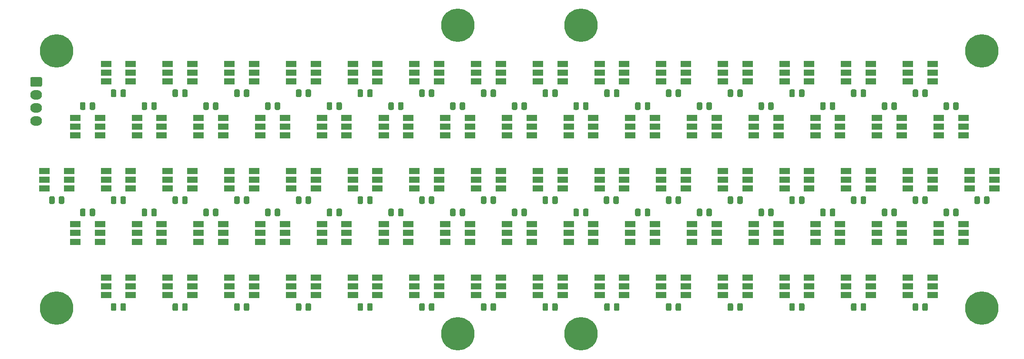
<source format=gts>
%TF.GenerationSoftware,KiCad,Pcbnew,(5.1.6-0-10_14)*%
%TF.CreationDate,2020-11-10T16:11:36-05:00*%
%TF.ProjectId,honeylight,686f6e65-796c-4696-9768-742e6b696361,0.1.0*%
%TF.SameCoordinates,Original*%
%TF.FileFunction,Soldermask,Top*%
%TF.FilePolarity,Negative*%
%FSLAX46Y46*%
G04 Gerber Fmt 4.6, Leading zero omitted, Abs format (unit mm)*
G04 Created by KiCad (PCBNEW (5.1.6-0-10_14)) date 2020-11-10 16:11:36*
%MOMM*%
%LPD*%
G01*
G04 APERTURE LIST*
%ADD10O,2.290000X1.840000*%
%ADD11C,6.500000*%
%ADD12R,2.100000X1.200000*%
G04 APERTURE END LIST*
D10*
%TO.C,J1*%
X56000000Y-73620000D03*
X56000000Y-71080000D03*
X56000000Y-68540000D03*
G36*
G01*
X55119367Y-65080000D02*
X56880633Y-65080000D01*
G75*
G02*
X57145000Y-65344367I0J-264367D01*
G01*
X57145000Y-66655633D01*
G75*
G02*
X56880633Y-66920000I-264367J0D01*
G01*
X55119367Y-66920000D01*
G75*
G02*
X54855000Y-66655633I0J264367D01*
G01*
X54855000Y-65344367D01*
G75*
G02*
X55119367Y-65080000I264367J0D01*
G01*
G37*
%TD*%
D11*
%TO.C,H8*%
X240000000Y-110000000D03*
%TD*%
%TO.C,H7*%
X240000000Y-60000000D03*
%TD*%
%TO.C,H6*%
X162000000Y-115000000D03*
%TD*%
%TO.C,H5*%
X162000000Y-55000000D03*
%TD*%
%TO.C,H4*%
X138000000Y-115000000D03*
%TD*%
%TO.C,H3*%
X138000000Y-55000000D03*
%TD*%
%TO.C,H2*%
X60000000Y-110000000D03*
%TD*%
%TO.C,H1*%
X60000000Y-60000000D03*
%TD*%
D12*
%TO.C,D74*%
X218400000Y-83300000D03*
X218400000Y-85000000D03*
X218400000Y-86700000D03*
X213600000Y-86700000D03*
X213600000Y-85000000D03*
X213600000Y-83300000D03*
%TD*%
%TO.C,D67*%
X134400000Y-83300000D03*
X134400000Y-85000000D03*
X134400000Y-86700000D03*
X129600000Y-86700000D03*
X129600000Y-85000000D03*
X129600000Y-83300000D03*
%TD*%
%TO.C,D73*%
X206400000Y-83300000D03*
X206400000Y-85000000D03*
X206400000Y-86700000D03*
X201600000Y-86700000D03*
X201600000Y-85000000D03*
X201600000Y-83300000D03*
%TD*%
%TO.C,D66*%
X122400000Y-83300000D03*
X122400000Y-85000000D03*
X122400000Y-86700000D03*
X117600000Y-86700000D03*
X117600000Y-85000000D03*
X117600000Y-83300000D03*
%TD*%
%TO.C,D72*%
X194400000Y-83300000D03*
X194400000Y-85000000D03*
X194400000Y-86700000D03*
X189600000Y-86700000D03*
X189600000Y-85000000D03*
X189600000Y-83300000D03*
%TD*%
%TO.C,D65*%
X110400000Y-83300000D03*
X110400000Y-85000000D03*
X110400000Y-86700000D03*
X105600000Y-86700000D03*
X105600000Y-85000000D03*
X105600000Y-83300000D03*
%TD*%
%TO.C,D71*%
X182400000Y-83300000D03*
X182400000Y-85000000D03*
X182400000Y-86700000D03*
X177600000Y-86700000D03*
X177600000Y-85000000D03*
X177600000Y-83300000D03*
%TD*%
%TO.C,D64*%
X98400000Y-83300000D03*
X98400000Y-85000000D03*
X98400000Y-86700000D03*
X93600000Y-86700000D03*
X93600000Y-85000000D03*
X93600000Y-83300000D03*
%TD*%
%TO.C,D70*%
X170400000Y-83300000D03*
X170400000Y-85000000D03*
X170400000Y-86700000D03*
X165600000Y-86700000D03*
X165600000Y-85000000D03*
X165600000Y-83300000D03*
%TD*%
%TO.C,D63*%
X86400000Y-83300000D03*
X86400000Y-85000000D03*
X86400000Y-86700000D03*
X81600000Y-86700000D03*
X81600000Y-85000000D03*
X81600000Y-83300000D03*
%TD*%
%TO.C,D69*%
X158400000Y-83300000D03*
X158400000Y-85000000D03*
X158400000Y-86700000D03*
X153600000Y-86700000D03*
X153600000Y-85000000D03*
X153600000Y-83300000D03*
%TD*%
%TO.C,D62*%
X74400000Y-83300000D03*
X74400000Y-85000000D03*
X74400000Y-86700000D03*
X69600000Y-86700000D03*
X69600000Y-85000000D03*
X69600000Y-83300000D03*
%TD*%
%TO.C,D68*%
X146400000Y-83300000D03*
X146400000Y-85000000D03*
X146400000Y-86700000D03*
X141600000Y-86700000D03*
X141600000Y-85000000D03*
X141600000Y-83300000D03*
%TD*%
%TO.C,D61*%
X62400000Y-83300000D03*
X62400000Y-85000000D03*
X62400000Y-86700000D03*
X57600000Y-86700000D03*
X57600000Y-85000000D03*
X57600000Y-83300000D03*
%TD*%
%TO.C,D60*%
X75599999Y-76400000D03*
X75599999Y-74700000D03*
X75599999Y-73000000D03*
X80399999Y-73000000D03*
X80399999Y-74700000D03*
X80399999Y-76400000D03*
%TD*%
%TO.C,D53*%
X159600000Y-76400000D03*
X159600000Y-74700000D03*
X159600000Y-73000000D03*
X164400000Y-73000000D03*
X164400000Y-74700000D03*
X164400000Y-76400000D03*
%TD*%
%TO.C,D59*%
X87600000Y-76400000D03*
X87600000Y-74700000D03*
X87600000Y-73000000D03*
X92400000Y-73000000D03*
X92400000Y-74700000D03*
X92400000Y-76400000D03*
%TD*%
%TO.C,D52*%
X171600000Y-76400000D03*
X171600000Y-74700000D03*
X171600000Y-73000000D03*
X176400000Y-73000000D03*
X176400000Y-74700000D03*
X176400000Y-76400000D03*
%TD*%
%TO.C,D58*%
X99600000Y-76400000D03*
X99600000Y-74700000D03*
X99600000Y-73000000D03*
X104400000Y-73000000D03*
X104400000Y-74700000D03*
X104400000Y-76400000D03*
%TD*%
%TO.C,D51*%
X183600000Y-76400000D03*
X183600000Y-74700000D03*
X183600000Y-73000000D03*
X188400000Y-73000000D03*
X188400000Y-74700000D03*
X188400000Y-76400000D03*
%TD*%
%TO.C,D57*%
X111600000Y-76400000D03*
X111600000Y-74700000D03*
X111600000Y-73000000D03*
X116400000Y-73000000D03*
X116400000Y-74700000D03*
X116400000Y-76400000D03*
%TD*%
%TO.C,D50*%
X195600001Y-76400000D03*
X195600001Y-74700000D03*
X195600001Y-73000000D03*
X200400001Y-73000000D03*
X200400001Y-74700000D03*
X200400001Y-76400000D03*
%TD*%
%TO.C,D56*%
X123600000Y-76400000D03*
X123600000Y-74700000D03*
X123600000Y-73000000D03*
X128400000Y-73000000D03*
X128400000Y-74700000D03*
X128400000Y-76400000D03*
%TD*%
%TO.C,D49*%
X207599999Y-76400000D03*
X207599999Y-74700000D03*
X207599999Y-73000000D03*
X212399999Y-73000000D03*
X212399999Y-74700000D03*
X212399999Y-76400000D03*
%TD*%
%TO.C,D55*%
X135600001Y-76400000D03*
X135600001Y-74700000D03*
X135600001Y-73000000D03*
X140400001Y-73000000D03*
X140400001Y-74700000D03*
X140400001Y-76400000D03*
%TD*%
%TO.C,D48*%
X219600000Y-76400000D03*
X219600000Y-74700000D03*
X219600000Y-73000000D03*
X224400000Y-73000000D03*
X224400000Y-74700000D03*
X224400000Y-76400000D03*
%TD*%
%TO.C,D54*%
X147600000Y-76400000D03*
X147600000Y-74700000D03*
X147600000Y-73000000D03*
X152400000Y-73000000D03*
X152400000Y-74700000D03*
X152400000Y-76400000D03*
%TD*%
%TO.C,D47*%
X231600000Y-76400000D03*
X231600000Y-74700000D03*
X231600000Y-73000000D03*
X236400000Y-73000000D03*
X236400000Y-74700000D03*
X236400000Y-76400000D03*
%TD*%
%TO.C,D46*%
X230400000Y-62500000D03*
X230400000Y-64200000D03*
X230400000Y-65900000D03*
X225600000Y-65900000D03*
X225600000Y-64200000D03*
X225600000Y-62500000D03*
%TD*%
%TO.C,D39*%
X146400000Y-62500000D03*
X146400000Y-64200000D03*
X146400000Y-65900000D03*
X141600000Y-65900000D03*
X141600000Y-64200000D03*
X141600000Y-62500000D03*
%TD*%
%TO.C,D45*%
X218400000Y-62500000D03*
X218400000Y-64200000D03*
X218400000Y-65900000D03*
X213600000Y-65900000D03*
X213600000Y-64200000D03*
X213600000Y-62500000D03*
%TD*%
%TO.C,D38*%
X134400000Y-62500000D03*
X134400000Y-64200000D03*
X134400000Y-65900000D03*
X129600000Y-65900000D03*
X129600000Y-64200000D03*
X129600000Y-62500000D03*
%TD*%
%TO.C,D44*%
X206400000Y-62500000D03*
X206400000Y-64200000D03*
X206400000Y-65900000D03*
X201600000Y-65900000D03*
X201600000Y-64200000D03*
X201600000Y-62500000D03*
%TD*%
%TO.C,D37*%
X122400000Y-62500000D03*
X122400000Y-64200000D03*
X122400000Y-65900000D03*
X117600000Y-65900000D03*
X117600000Y-64200000D03*
X117600000Y-62500000D03*
%TD*%
%TO.C,D43*%
X194400000Y-62500000D03*
X194400000Y-64200000D03*
X194400000Y-65900000D03*
X189600000Y-65900000D03*
X189600000Y-64200000D03*
X189600000Y-62500000D03*
%TD*%
%TO.C,D36*%
X110400000Y-62500000D03*
X110400000Y-64200000D03*
X110400000Y-65900000D03*
X105600000Y-65900000D03*
X105600000Y-64200000D03*
X105600000Y-62500000D03*
%TD*%
%TO.C,D42*%
X182400000Y-62500000D03*
X182400000Y-64200000D03*
X182400000Y-65900000D03*
X177600000Y-65900000D03*
X177600000Y-64200000D03*
X177600000Y-62500000D03*
%TD*%
%TO.C,D35*%
X98400000Y-62500000D03*
X98400000Y-64200000D03*
X98400000Y-65900000D03*
X93600000Y-65900000D03*
X93600000Y-64200000D03*
X93600000Y-62500000D03*
%TD*%
%TO.C,D41*%
X170400000Y-62500000D03*
X170400000Y-64200000D03*
X170400000Y-65900000D03*
X165600000Y-65900000D03*
X165600000Y-64200000D03*
X165600000Y-62500000D03*
%TD*%
%TO.C,D34*%
X86400000Y-62500000D03*
X86400000Y-64200000D03*
X86400000Y-65900000D03*
X81600000Y-65900000D03*
X81600000Y-64200000D03*
X81600000Y-62500000D03*
%TD*%
%TO.C,D40*%
X158400000Y-62500000D03*
X158400000Y-64200000D03*
X158400000Y-65900000D03*
X153600000Y-65900000D03*
X153600000Y-64200000D03*
X153600000Y-62500000D03*
%TD*%
%TO.C,D33*%
X74400000Y-62500000D03*
X74400000Y-64200000D03*
X74400000Y-65900000D03*
X69600000Y-65900000D03*
X69600000Y-64200000D03*
X69600000Y-62500000D03*
%TD*%
%TO.C,D32*%
X230400000Y-104100000D03*
X230400000Y-105800000D03*
X230400000Y-107500000D03*
X225600000Y-107500000D03*
X225600000Y-105800000D03*
X225600000Y-104100000D03*
%TD*%
%TO.C,D25*%
X146400000Y-104100000D03*
X146400000Y-105800000D03*
X146400000Y-107500000D03*
X141600000Y-107500000D03*
X141600000Y-105800000D03*
X141600000Y-104100000D03*
%TD*%
%TO.C,D31*%
X218400000Y-104100000D03*
X218400000Y-105800000D03*
X218400000Y-107500000D03*
X213600000Y-107500000D03*
X213600000Y-105800000D03*
X213600000Y-104100000D03*
%TD*%
%TO.C,D24*%
X134400000Y-104100000D03*
X134400000Y-105800000D03*
X134400000Y-107500000D03*
X129600000Y-107500000D03*
X129600000Y-105800000D03*
X129600000Y-104100000D03*
%TD*%
%TO.C,D30*%
X206400000Y-104100000D03*
X206400000Y-105800000D03*
X206400000Y-107500000D03*
X201600000Y-107500000D03*
X201600000Y-105800000D03*
X201600000Y-104100000D03*
%TD*%
%TO.C,D23*%
X122400000Y-104100000D03*
X122400000Y-105800000D03*
X122400000Y-107500000D03*
X117600000Y-107500000D03*
X117600000Y-105800000D03*
X117600000Y-104100000D03*
%TD*%
%TO.C,D29*%
X194400000Y-104100000D03*
X194400000Y-105800000D03*
X194400000Y-107500000D03*
X189600000Y-107500000D03*
X189600000Y-105800000D03*
X189600000Y-104100000D03*
%TD*%
%TO.C,D22*%
X110400000Y-104100000D03*
X110400000Y-105800000D03*
X110400000Y-107500000D03*
X105600000Y-107500000D03*
X105600000Y-105800000D03*
X105600000Y-104100000D03*
%TD*%
%TO.C,D28*%
X182400000Y-104100000D03*
X182400000Y-105800000D03*
X182400000Y-107500000D03*
X177600000Y-107500000D03*
X177600000Y-105800000D03*
X177600000Y-104100000D03*
%TD*%
%TO.C,D21*%
X98400000Y-104100000D03*
X98400000Y-105800000D03*
X98400000Y-107500000D03*
X93600000Y-107500000D03*
X93600000Y-105800000D03*
X93600000Y-104100000D03*
%TD*%
%TO.C,D27*%
X170400000Y-104100000D03*
X170400000Y-105800000D03*
X170400000Y-107500000D03*
X165600000Y-107500000D03*
X165600000Y-105800000D03*
X165600000Y-104100000D03*
%TD*%
%TO.C,D20*%
X86400000Y-104100000D03*
X86400000Y-105800000D03*
X86400000Y-107500000D03*
X81600000Y-107500000D03*
X81600000Y-105800000D03*
X81600000Y-104100000D03*
%TD*%
%TO.C,D26*%
X158400000Y-104100000D03*
X158400000Y-105800000D03*
X158400000Y-107500000D03*
X153600000Y-107500000D03*
X153600000Y-105800000D03*
X153600000Y-104100000D03*
%TD*%
%TO.C,D19*%
X74400000Y-104100000D03*
X74400000Y-105800000D03*
X74400000Y-107500000D03*
X69600000Y-107500000D03*
X69600000Y-105800000D03*
X69600000Y-104100000D03*
%TD*%
%TO.C,D18*%
X75600000Y-97100000D03*
X75600000Y-95400000D03*
X75600000Y-93700000D03*
X80400000Y-93700000D03*
X80400000Y-95400000D03*
X80400000Y-97100000D03*
%TD*%
%TO.C,D11*%
X159600000Y-97100000D03*
X159600000Y-95400000D03*
X159600000Y-93700000D03*
X164400000Y-93700000D03*
X164400000Y-95400000D03*
X164400000Y-97100000D03*
%TD*%
%TO.C,D17*%
X87600001Y-97100000D03*
X87600001Y-95400000D03*
X87600001Y-93700000D03*
X92400001Y-93700000D03*
X92400001Y-95400000D03*
X92400001Y-97100000D03*
%TD*%
%TO.C,D10*%
X171600000Y-97100000D03*
X171600000Y-95400000D03*
X171600000Y-93700000D03*
X176400000Y-93700000D03*
X176400000Y-95400000D03*
X176400000Y-97100000D03*
%TD*%
%TO.C,D16*%
X99600000Y-97100000D03*
X99600000Y-95400000D03*
X99600000Y-93700000D03*
X104400000Y-93700000D03*
X104400000Y-95400000D03*
X104400000Y-97100000D03*
%TD*%
%TO.C,D9*%
X183600001Y-97100000D03*
X183600001Y-95400000D03*
X183600001Y-93700000D03*
X188400001Y-93700000D03*
X188400001Y-95400000D03*
X188400001Y-97100000D03*
%TD*%
%TO.C,D15*%
X111600000Y-97100000D03*
X111600000Y-95400000D03*
X111600000Y-93700000D03*
X116400000Y-93700000D03*
X116400000Y-95400000D03*
X116400000Y-97100000D03*
%TD*%
%TO.C,D8*%
X195600000Y-97100000D03*
X195600000Y-95400000D03*
X195600000Y-93700000D03*
X200400000Y-93700000D03*
X200400000Y-95400000D03*
X200400000Y-97100000D03*
%TD*%
%TO.C,D14*%
X123600001Y-97100000D03*
X123600001Y-95400000D03*
X123600001Y-93700000D03*
X128400001Y-93700000D03*
X128400001Y-95400000D03*
X128400001Y-97100000D03*
%TD*%
%TO.C,D7*%
X207600000Y-97100000D03*
X207600000Y-95400000D03*
X207600000Y-93700000D03*
X212400000Y-93700000D03*
X212400000Y-95400000D03*
X212400000Y-97100000D03*
%TD*%
%TO.C,D13*%
X135600000Y-97100000D03*
X135600000Y-95400000D03*
X135600000Y-93700000D03*
X140400000Y-93700000D03*
X140400000Y-95400000D03*
X140400000Y-97100000D03*
%TD*%
%TO.C,D6*%
X219600001Y-97100000D03*
X219600001Y-95400000D03*
X219600001Y-93700000D03*
X224400001Y-93700000D03*
X224400001Y-95400000D03*
X224400001Y-97100000D03*
%TD*%
%TO.C,D12*%
X147599999Y-97100000D03*
X147599999Y-95400000D03*
X147599999Y-93700000D03*
X152399999Y-93700000D03*
X152399999Y-95400000D03*
X152399999Y-97100000D03*
%TD*%
%TO.C,D5*%
X231600000Y-97100000D03*
X231600000Y-95400000D03*
X231600000Y-93700000D03*
X236400000Y-93700000D03*
X236400000Y-95400000D03*
X236400000Y-97100000D03*
%TD*%
%TO.C,D4*%
X63600000Y-97100000D03*
X63600000Y-95400000D03*
X63600000Y-93700000D03*
X68400000Y-93700000D03*
X68400000Y-95400000D03*
X68400000Y-97100000D03*
%TD*%
%TO.C,D3*%
X242400000Y-83300000D03*
X242400000Y-85000000D03*
X242400000Y-86700000D03*
X237600000Y-86700000D03*
X237600000Y-85000000D03*
X237600000Y-83300000D03*
%TD*%
%TO.C,D2*%
X230400000Y-83300000D03*
X230400000Y-85000000D03*
X230400000Y-86700000D03*
X225600000Y-86700000D03*
X225600000Y-85000000D03*
X225600000Y-83300000D03*
%TD*%
%TO.C,D1*%
X63600000Y-76400000D03*
X63600000Y-74700000D03*
X63600000Y-73000000D03*
X68400000Y-73000000D03*
X68400000Y-74700000D03*
X68400000Y-76400000D03*
%TD*%
%TO.C,C76*%
G36*
G01*
X215600000Y-88518750D02*
X215600000Y-89481250D01*
G75*
G02*
X215331250Y-89750000I-268750J0D01*
G01*
X214793750Y-89750000D01*
G75*
G02*
X214525000Y-89481250I0J268750D01*
G01*
X214525000Y-88518750D01*
G75*
G02*
X214793750Y-88250000I268750J0D01*
G01*
X215331250Y-88250000D01*
G75*
G02*
X215600000Y-88518750I0J-268750D01*
G01*
G37*
G36*
G01*
X217475000Y-88518750D02*
X217475000Y-89481250D01*
G75*
G02*
X217206250Y-89750000I-268750J0D01*
G01*
X216668750Y-89750000D01*
G75*
G02*
X216400000Y-89481250I0J268750D01*
G01*
X216400000Y-88518750D01*
G75*
G02*
X216668750Y-88250000I268750J0D01*
G01*
X217206250Y-88250000D01*
G75*
G02*
X217475000Y-88518750I0J-268750D01*
G01*
G37*
%TD*%
%TO.C,C69*%
G36*
G01*
X131600000Y-88518750D02*
X131600000Y-89481250D01*
G75*
G02*
X131331250Y-89750000I-268750J0D01*
G01*
X130793750Y-89750000D01*
G75*
G02*
X130525000Y-89481250I0J268750D01*
G01*
X130525000Y-88518750D01*
G75*
G02*
X130793750Y-88250000I268750J0D01*
G01*
X131331250Y-88250000D01*
G75*
G02*
X131600000Y-88518750I0J-268750D01*
G01*
G37*
G36*
G01*
X133475000Y-88518750D02*
X133475000Y-89481250D01*
G75*
G02*
X133206250Y-89750000I-268750J0D01*
G01*
X132668750Y-89750000D01*
G75*
G02*
X132400000Y-89481250I0J268750D01*
G01*
X132400000Y-88518750D01*
G75*
G02*
X132668750Y-88250000I268750J0D01*
G01*
X133206250Y-88250000D01*
G75*
G02*
X133475000Y-88518750I0J-268750D01*
G01*
G37*
%TD*%
%TO.C,C75*%
G36*
G01*
X203600000Y-88518750D02*
X203600000Y-89481250D01*
G75*
G02*
X203331250Y-89750000I-268750J0D01*
G01*
X202793750Y-89750000D01*
G75*
G02*
X202525000Y-89481250I0J268750D01*
G01*
X202525000Y-88518750D01*
G75*
G02*
X202793750Y-88250000I268750J0D01*
G01*
X203331250Y-88250000D01*
G75*
G02*
X203600000Y-88518750I0J-268750D01*
G01*
G37*
G36*
G01*
X205475000Y-88518750D02*
X205475000Y-89481250D01*
G75*
G02*
X205206250Y-89750000I-268750J0D01*
G01*
X204668750Y-89750000D01*
G75*
G02*
X204400000Y-89481250I0J268750D01*
G01*
X204400000Y-88518750D01*
G75*
G02*
X204668750Y-88250000I268750J0D01*
G01*
X205206250Y-88250000D01*
G75*
G02*
X205475000Y-88518750I0J-268750D01*
G01*
G37*
%TD*%
%TO.C,C68*%
G36*
G01*
X119600000Y-88518750D02*
X119600000Y-89481250D01*
G75*
G02*
X119331250Y-89750000I-268750J0D01*
G01*
X118793750Y-89750000D01*
G75*
G02*
X118525000Y-89481250I0J268750D01*
G01*
X118525000Y-88518750D01*
G75*
G02*
X118793750Y-88250000I268750J0D01*
G01*
X119331250Y-88250000D01*
G75*
G02*
X119600000Y-88518750I0J-268750D01*
G01*
G37*
G36*
G01*
X121475000Y-88518750D02*
X121475000Y-89481250D01*
G75*
G02*
X121206250Y-89750000I-268750J0D01*
G01*
X120668750Y-89750000D01*
G75*
G02*
X120400000Y-89481250I0J268750D01*
G01*
X120400000Y-88518750D01*
G75*
G02*
X120668750Y-88250000I268750J0D01*
G01*
X121206250Y-88250000D01*
G75*
G02*
X121475000Y-88518750I0J-268750D01*
G01*
G37*
%TD*%
%TO.C,C74*%
G36*
G01*
X191600000Y-88518750D02*
X191600000Y-89481250D01*
G75*
G02*
X191331250Y-89750000I-268750J0D01*
G01*
X190793750Y-89750000D01*
G75*
G02*
X190525000Y-89481250I0J268750D01*
G01*
X190525000Y-88518750D01*
G75*
G02*
X190793750Y-88250000I268750J0D01*
G01*
X191331250Y-88250000D01*
G75*
G02*
X191600000Y-88518750I0J-268750D01*
G01*
G37*
G36*
G01*
X193475000Y-88518750D02*
X193475000Y-89481250D01*
G75*
G02*
X193206250Y-89750000I-268750J0D01*
G01*
X192668750Y-89750000D01*
G75*
G02*
X192400000Y-89481250I0J268750D01*
G01*
X192400000Y-88518750D01*
G75*
G02*
X192668750Y-88250000I268750J0D01*
G01*
X193206250Y-88250000D01*
G75*
G02*
X193475000Y-88518750I0J-268750D01*
G01*
G37*
%TD*%
%TO.C,C67*%
G36*
G01*
X107600000Y-88518750D02*
X107600000Y-89481250D01*
G75*
G02*
X107331250Y-89750000I-268750J0D01*
G01*
X106793750Y-89750000D01*
G75*
G02*
X106525000Y-89481250I0J268750D01*
G01*
X106525000Y-88518750D01*
G75*
G02*
X106793750Y-88250000I268750J0D01*
G01*
X107331250Y-88250000D01*
G75*
G02*
X107600000Y-88518750I0J-268750D01*
G01*
G37*
G36*
G01*
X109475000Y-88518750D02*
X109475000Y-89481250D01*
G75*
G02*
X109206250Y-89750000I-268750J0D01*
G01*
X108668750Y-89750000D01*
G75*
G02*
X108400000Y-89481250I0J268750D01*
G01*
X108400000Y-88518750D01*
G75*
G02*
X108668750Y-88250000I268750J0D01*
G01*
X109206250Y-88250000D01*
G75*
G02*
X109475000Y-88518750I0J-268750D01*
G01*
G37*
%TD*%
%TO.C,C73*%
G36*
G01*
X179600000Y-88518750D02*
X179600000Y-89481250D01*
G75*
G02*
X179331250Y-89750000I-268750J0D01*
G01*
X178793750Y-89750000D01*
G75*
G02*
X178525000Y-89481250I0J268750D01*
G01*
X178525000Y-88518750D01*
G75*
G02*
X178793750Y-88250000I268750J0D01*
G01*
X179331250Y-88250000D01*
G75*
G02*
X179600000Y-88518750I0J-268750D01*
G01*
G37*
G36*
G01*
X181475000Y-88518750D02*
X181475000Y-89481250D01*
G75*
G02*
X181206250Y-89750000I-268750J0D01*
G01*
X180668750Y-89750000D01*
G75*
G02*
X180400000Y-89481250I0J268750D01*
G01*
X180400000Y-88518750D01*
G75*
G02*
X180668750Y-88250000I268750J0D01*
G01*
X181206250Y-88250000D01*
G75*
G02*
X181475000Y-88518750I0J-268750D01*
G01*
G37*
%TD*%
%TO.C,C66*%
G36*
G01*
X95600000Y-88518750D02*
X95600000Y-89481250D01*
G75*
G02*
X95331250Y-89750000I-268750J0D01*
G01*
X94793750Y-89750000D01*
G75*
G02*
X94525000Y-89481250I0J268750D01*
G01*
X94525000Y-88518750D01*
G75*
G02*
X94793750Y-88250000I268750J0D01*
G01*
X95331250Y-88250000D01*
G75*
G02*
X95600000Y-88518750I0J-268750D01*
G01*
G37*
G36*
G01*
X97475000Y-88518750D02*
X97475000Y-89481250D01*
G75*
G02*
X97206250Y-89750000I-268750J0D01*
G01*
X96668750Y-89750000D01*
G75*
G02*
X96400000Y-89481250I0J268750D01*
G01*
X96400000Y-88518750D01*
G75*
G02*
X96668750Y-88250000I268750J0D01*
G01*
X97206250Y-88250000D01*
G75*
G02*
X97475000Y-88518750I0J-268750D01*
G01*
G37*
%TD*%
%TO.C,C72*%
G36*
G01*
X167500000Y-88518750D02*
X167500000Y-89481250D01*
G75*
G02*
X167231250Y-89750000I-268750J0D01*
G01*
X166693750Y-89750000D01*
G75*
G02*
X166425000Y-89481250I0J268750D01*
G01*
X166425000Y-88518750D01*
G75*
G02*
X166693750Y-88250000I268750J0D01*
G01*
X167231250Y-88250000D01*
G75*
G02*
X167500000Y-88518750I0J-268750D01*
G01*
G37*
G36*
G01*
X169375000Y-88518750D02*
X169375000Y-89481250D01*
G75*
G02*
X169106250Y-89750000I-268750J0D01*
G01*
X168568750Y-89750000D01*
G75*
G02*
X168300000Y-89481250I0J268750D01*
G01*
X168300000Y-88518750D01*
G75*
G02*
X168568750Y-88250000I268750J0D01*
G01*
X169106250Y-88250000D01*
G75*
G02*
X169375000Y-88518750I0J-268750D01*
G01*
G37*
%TD*%
%TO.C,C65*%
G36*
G01*
X83600000Y-88518750D02*
X83600000Y-89481250D01*
G75*
G02*
X83331250Y-89750000I-268750J0D01*
G01*
X82793750Y-89750000D01*
G75*
G02*
X82525000Y-89481250I0J268750D01*
G01*
X82525000Y-88518750D01*
G75*
G02*
X82793750Y-88250000I268750J0D01*
G01*
X83331250Y-88250000D01*
G75*
G02*
X83600000Y-88518750I0J-268750D01*
G01*
G37*
G36*
G01*
X85475000Y-88518750D02*
X85475000Y-89481250D01*
G75*
G02*
X85206250Y-89750000I-268750J0D01*
G01*
X84668750Y-89750000D01*
G75*
G02*
X84400000Y-89481250I0J268750D01*
G01*
X84400000Y-88518750D01*
G75*
G02*
X84668750Y-88250000I268750J0D01*
G01*
X85206250Y-88250000D01*
G75*
G02*
X85475000Y-88518750I0J-268750D01*
G01*
G37*
%TD*%
%TO.C,C71*%
G36*
G01*
X155600000Y-88518750D02*
X155600000Y-89481250D01*
G75*
G02*
X155331250Y-89750000I-268750J0D01*
G01*
X154793750Y-89750000D01*
G75*
G02*
X154525000Y-89481250I0J268750D01*
G01*
X154525000Y-88518750D01*
G75*
G02*
X154793750Y-88250000I268750J0D01*
G01*
X155331250Y-88250000D01*
G75*
G02*
X155600000Y-88518750I0J-268750D01*
G01*
G37*
G36*
G01*
X157475000Y-88518750D02*
X157475000Y-89481250D01*
G75*
G02*
X157206250Y-89750000I-268750J0D01*
G01*
X156668750Y-89750000D01*
G75*
G02*
X156400000Y-89481250I0J268750D01*
G01*
X156400000Y-88518750D01*
G75*
G02*
X156668750Y-88250000I268750J0D01*
G01*
X157206250Y-88250000D01*
G75*
G02*
X157475000Y-88518750I0J-268750D01*
G01*
G37*
%TD*%
%TO.C,C64*%
G36*
G01*
X71600000Y-88518750D02*
X71600000Y-89481250D01*
G75*
G02*
X71331250Y-89750000I-268750J0D01*
G01*
X70793750Y-89750000D01*
G75*
G02*
X70525000Y-89481250I0J268750D01*
G01*
X70525000Y-88518750D01*
G75*
G02*
X70793750Y-88250000I268750J0D01*
G01*
X71331250Y-88250000D01*
G75*
G02*
X71600000Y-88518750I0J-268750D01*
G01*
G37*
G36*
G01*
X73475000Y-88518750D02*
X73475000Y-89481250D01*
G75*
G02*
X73206250Y-89750000I-268750J0D01*
G01*
X72668750Y-89750000D01*
G75*
G02*
X72400000Y-89481250I0J268750D01*
G01*
X72400000Y-88518750D01*
G75*
G02*
X72668750Y-88250000I268750J0D01*
G01*
X73206250Y-88250000D01*
G75*
G02*
X73475000Y-88518750I0J-268750D01*
G01*
G37*
%TD*%
%TO.C,C70*%
G36*
G01*
X143600000Y-88518750D02*
X143600000Y-89481250D01*
G75*
G02*
X143331250Y-89750000I-268750J0D01*
G01*
X142793750Y-89750000D01*
G75*
G02*
X142525000Y-89481250I0J268750D01*
G01*
X142525000Y-88518750D01*
G75*
G02*
X142793750Y-88250000I268750J0D01*
G01*
X143331250Y-88250000D01*
G75*
G02*
X143600000Y-88518750I0J-268750D01*
G01*
G37*
G36*
G01*
X145475000Y-88518750D02*
X145475000Y-89481250D01*
G75*
G02*
X145206250Y-89750000I-268750J0D01*
G01*
X144668750Y-89750000D01*
G75*
G02*
X144400000Y-89481250I0J268750D01*
G01*
X144400000Y-88518750D01*
G75*
G02*
X144668750Y-88250000I268750J0D01*
G01*
X145206250Y-88250000D01*
G75*
G02*
X145475000Y-88518750I0J-268750D01*
G01*
G37*
%TD*%
%TO.C,C63*%
G36*
G01*
X59600000Y-88518750D02*
X59600000Y-89481250D01*
G75*
G02*
X59331250Y-89750000I-268750J0D01*
G01*
X58793750Y-89750000D01*
G75*
G02*
X58525000Y-89481250I0J268750D01*
G01*
X58525000Y-88518750D01*
G75*
G02*
X58793750Y-88250000I268750J0D01*
G01*
X59331250Y-88250000D01*
G75*
G02*
X59600000Y-88518750I0J-268750D01*
G01*
G37*
G36*
G01*
X61475000Y-88518750D02*
X61475000Y-89481250D01*
G75*
G02*
X61206250Y-89750000I-268750J0D01*
G01*
X60668750Y-89750000D01*
G75*
G02*
X60400000Y-89481250I0J268750D01*
G01*
X60400000Y-88518750D01*
G75*
G02*
X60668750Y-88250000I268750J0D01*
G01*
X61206250Y-88250000D01*
G75*
G02*
X61475000Y-88518750I0J-268750D01*
G01*
G37*
%TD*%
%TO.C,C62*%
G36*
G01*
X78400000Y-71181250D02*
X78400000Y-70218750D01*
G75*
G02*
X78668750Y-69950000I268750J0D01*
G01*
X79206250Y-69950000D01*
G75*
G02*
X79475000Y-70218750I0J-268750D01*
G01*
X79475000Y-71181250D01*
G75*
G02*
X79206250Y-71450000I-268750J0D01*
G01*
X78668750Y-71450000D01*
G75*
G02*
X78400000Y-71181250I0J268750D01*
G01*
G37*
G36*
G01*
X76525000Y-71181250D02*
X76525000Y-70218750D01*
G75*
G02*
X76793750Y-69950000I268750J0D01*
G01*
X77331250Y-69950000D01*
G75*
G02*
X77600000Y-70218750I0J-268750D01*
G01*
X77600000Y-71181250D01*
G75*
G02*
X77331250Y-71450000I-268750J0D01*
G01*
X76793750Y-71450000D01*
G75*
G02*
X76525000Y-71181250I0J268750D01*
G01*
G37*
%TD*%
%TO.C,C55*%
G36*
G01*
X162400000Y-71181250D02*
X162400000Y-70218750D01*
G75*
G02*
X162668750Y-69950000I268750J0D01*
G01*
X163206250Y-69950000D01*
G75*
G02*
X163475000Y-70218750I0J-268750D01*
G01*
X163475000Y-71181250D01*
G75*
G02*
X163206250Y-71450000I-268750J0D01*
G01*
X162668750Y-71450000D01*
G75*
G02*
X162400000Y-71181250I0J268750D01*
G01*
G37*
G36*
G01*
X160525000Y-71181250D02*
X160525000Y-70218750D01*
G75*
G02*
X160793750Y-69950000I268750J0D01*
G01*
X161331250Y-69950000D01*
G75*
G02*
X161600000Y-70218750I0J-268750D01*
G01*
X161600000Y-71181250D01*
G75*
G02*
X161331250Y-71450000I-268750J0D01*
G01*
X160793750Y-71450000D01*
G75*
G02*
X160525000Y-71181250I0J268750D01*
G01*
G37*
%TD*%
%TO.C,C61*%
G36*
G01*
X90400000Y-71181250D02*
X90400000Y-70218750D01*
G75*
G02*
X90668750Y-69950000I268750J0D01*
G01*
X91206250Y-69950000D01*
G75*
G02*
X91475000Y-70218750I0J-268750D01*
G01*
X91475000Y-71181250D01*
G75*
G02*
X91206250Y-71450000I-268750J0D01*
G01*
X90668750Y-71450000D01*
G75*
G02*
X90400000Y-71181250I0J268750D01*
G01*
G37*
G36*
G01*
X88525000Y-71181250D02*
X88525000Y-70218750D01*
G75*
G02*
X88793750Y-69950000I268750J0D01*
G01*
X89331250Y-69950000D01*
G75*
G02*
X89600000Y-70218750I0J-268750D01*
G01*
X89600000Y-71181250D01*
G75*
G02*
X89331250Y-71450000I-268750J0D01*
G01*
X88793750Y-71450000D01*
G75*
G02*
X88525000Y-71181250I0J268750D01*
G01*
G37*
%TD*%
%TO.C,C54*%
G36*
G01*
X174400000Y-71181250D02*
X174400000Y-70218750D01*
G75*
G02*
X174668750Y-69950000I268750J0D01*
G01*
X175206250Y-69950000D01*
G75*
G02*
X175475000Y-70218750I0J-268750D01*
G01*
X175475000Y-71181250D01*
G75*
G02*
X175206250Y-71450000I-268750J0D01*
G01*
X174668750Y-71450000D01*
G75*
G02*
X174400000Y-71181250I0J268750D01*
G01*
G37*
G36*
G01*
X172525000Y-71181250D02*
X172525000Y-70218750D01*
G75*
G02*
X172793750Y-69950000I268750J0D01*
G01*
X173331250Y-69950000D01*
G75*
G02*
X173600000Y-70218750I0J-268750D01*
G01*
X173600000Y-71181250D01*
G75*
G02*
X173331250Y-71450000I-268750J0D01*
G01*
X172793750Y-71450000D01*
G75*
G02*
X172525000Y-71181250I0J268750D01*
G01*
G37*
%TD*%
%TO.C,C60*%
G36*
G01*
X102400000Y-71181250D02*
X102400000Y-70218750D01*
G75*
G02*
X102668750Y-69950000I268750J0D01*
G01*
X103206250Y-69950000D01*
G75*
G02*
X103475000Y-70218750I0J-268750D01*
G01*
X103475000Y-71181250D01*
G75*
G02*
X103206250Y-71450000I-268750J0D01*
G01*
X102668750Y-71450000D01*
G75*
G02*
X102400000Y-71181250I0J268750D01*
G01*
G37*
G36*
G01*
X100525000Y-71181250D02*
X100525000Y-70218750D01*
G75*
G02*
X100793750Y-69950000I268750J0D01*
G01*
X101331250Y-69950000D01*
G75*
G02*
X101600000Y-70218750I0J-268750D01*
G01*
X101600000Y-71181250D01*
G75*
G02*
X101331250Y-71450000I-268750J0D01*
G01*
X100793750Y-71450000D01*
G75*
G02*
X100525000Y-71181250I0J268750D01*
G01*
G37*
%TD*%
%TO.C,C53*%
G36*
G01*
X186400000Y-71181250D02*
X186400000Y-70218750D01*
G75*
G02*
X186668750Y-69950000I268750J0D01*
G01*
X187206250Y-69950000D01*
G75*
G02*
X187475000Y-70218750I0J-268750D01*
G01*
X187475000Y-71181250D01*
G75*
G02*
X187206250Y-71450000I-268750J0D01*
G01*
X186668750Y-71450000D01*
G75*
G02*
X186400000Y-71181250I0J268750D01*
G01*
G37*
G36*
G01*
X184525000Y-71181250D02*
X184525000Y-70218750D01*
G75*
G02*
X184793750Y-69950000I268750J0D01*
G01*
X185331250Y-69950000D01*
G75*
G02*
X185600000Y-70218750I0J-268750D01*
G01*
X185600000Y-71181250D01*
G75*
G02*
X185331250Y-71450000I-268750J0D01*
G01*
X184793750Y-71450000D01*
G75*
G02*
X184525000Y-71181250I0J268750D01*
G01*
G37*
%TD*%
%TO.C,C59*%
G36*
G01*
X114400000Y-71181250D02*
X114400000Y-70218750D01*
G75*
G02*
X114668750Y-69950000I268750J0D01*
G01*
X115206250Y-69950000D01*
G75*
G02*
X115475000Y-70218750I0J-268750D01*
G01*
X115475000Y-71181250D01*
G75*
G02*
X115206250Y-71450000I-268750J0D01*
G01*
X114668750Y-71450000D01*
G75*
G02*
X114400000Y-71181250I0J268750D01*
G01*
G37*
G36*
G01*
X112525000Y-71181250D02*
X112525000Y-70218750D01*
G75*
G02*
X112793750Y-69950000I268750J0D01*
G01*
X113331250Y-69950000D01*
G75*
G02*
X113600000Y-70218750I0J-268750D01*
G01*
X113600000Y-71181250D01*
G75*
G02*
X113331250Y-71450000I-268750J0D01*
G01*
X112793750Y-71450000D01*
G75*
G02*
X112525000Y-71181250I0J268750D01*
G01*
G37*
%TD*%
%TO.C,C52*%
G36*
G01*
X198400000Y-71181250D02*
X198400000Y-70218750D01*
G75*
G02*
X198668750Y-69950000I268750J0D01*
G01*
X199206250Y-69950000D01*
G75*
G02*
X199475000Y-70218750I0J-268750D01*
G01*
X199475000Y-71181250D01*
G75*
G02*
X199206250Y-71450000I-268750J0D01*
G01*
X198668750Y-71450000D01*
G75*
G02*
X198400000Y-71181250I0J268750D01*
G01*
G37*
G36*
G01*
X196525000Y-71181250D02*
X196525000Y-70218750D01*
G75*
G02*
X196793750Y-69950000I268750J0D01*
G01*
X197331250Y-69950000D01*
G75*
G02*
X197600000Y-70218750I0J-268750D01*
G01*
X197600000Y-71181250D01*
G75*
G02*
X197331250Y-71450000I-268750J0D01*
G01*
X196793750Y-71450000D01*
G75*
G02*
X196525000Y-71181250I0J268750D01*
G01*
G37*
%TD*%
%TO.C,C58*%
G36*
G01*
X126400000Y-71181250D02*
X126400000Y-70218750D01*
G75*
G02*
X126668750Y-69950000I268750J0D01*
G01*
X127206250Y-69950000D01*
G75*
G02*
X127475000Y-70218750I0J-268750D01*
G01*
X127475000Y-71181250D01*
G75*
G02*
X127206250Y-71450000I-268750J0D01*
G01*
X126668750Y-71450000D01*
G75*
G02*
X126400000Y-71181250I0J268750D01*
G01*
G37*
G36*
G01*
X124525000Y-71181250D02*
X124525000Y-70218750D01*
G75*
G02*
X124793750Y-69950000I268750J0D01*
G01*
X125331250Y-69950000D01*
G75*
G02*
X125600000Y-70218750I0J-268750D01*
G01*
X125600000Y-71181250D01*
G75*
G02*
X125331250Y-71450000I-268750J0D01*
G01*
X124793750Y-71450000D01*
G75*
G02*
X124525000Y-71181250I0J268750D01*
G01*
G37*
%TD*%
%TO.C,C51*%
G36*
G01*
X210400000Y-71181250D02*
X210400000Y-70218750D01*
G75*
G02*
X210668750Y-69950000I268750J0D01*
G01*
X211206250Y-69950000D01*
G75*
G02*
X211475000Y-70218750I0J-268750D01*
G01*
X211475000Y-71181250D01*
G75*
G02*
X211206250Y-71450000I-268750J0D01*
G01*
X210668750Y-71450000D01*
G75*
G02*
X210400000Y-71181250I0J268750D01*
G01*
G37*
G36*
G01*
X208525000Y-71181250D02*
X208525000Y-70218750D01*
G75*
G02*
X208793750Y-69950000I268750J0D01*
G01*
X209331250Y-69950000D01*
G75*
G02*
X209600000Y-70218750I0J-268750D01*
G01*
X209600000Y-71181250D01*
G75*
G02*
X209331250Y-71450000I-268750J0D01*
G01*
X208793750Y-71450000D01*
G75*
G02*
X208525000Y-71181250I0J268750D01*
G01*
G37*
%TD*%
%TO.C,C57*%
G36*
G01*
X138400000Y-71181250D02*
X138400000Y-70218750D01*
G75*
G02*
X138668750Y-69950000I268750J0D01*
G01*
X139206250Y-69950000D01*
G75*
G02*
X139475000Y-70218750I0J-268750D01*
G01*
X139475000Y-71181250D01*
G75*
G02*
X139206250Y-71450000I-268750J0D01*
G01*
X138668750Y-71450000D01*
G75*
G02*
X138400000Y-71181250I0J268750D01*
G01*
G37*
G36*
G01*
X136525000Y-71181250D02*
X136525000Y-70218750D01*
G75*
G02*
X136793750Y-69950000I268750J0D01*
G01*
X137331250Y-69950000D01*
G75*
G02*
X137600000Y-70218750I0J-268750D01*
G01*
X137600000Y-71181250D01*
G75*
G02*
X137331250Y-71450000I-268750J0D01*
G01*
X136793750Y-71450000D01*
G75*
G02*
X136525000Y-71181250I0J268750D01*
G01*
G37*
%TD*%
%TO.C,C50*%
G36*
G01*
X222400000Y-71181250D02*
X222400000Y-70218750D01*
G75*
G02*
X222668750Y-69950000I268750J0D01*
G01*
X223206250Y-69950000D01*
G75*
G02*
X223475000Y-70218750I0J-268750D01*
G01*
X223475000Y-71181250D01*
G75*
G02*
X223206250Y-71450000I-268750J0D01*
G01*
X222668750Y-71450000D01*
G75*
G02*
X222400000Y-71181250I0J268750D01*
G01*
G37*
G36*
G01*
X220525000Y-71181250D02*
X220525000Y-70218750D01*
G75*
G02*
X220793750Y-69950000I268750J0D01*
G01*
X221331250Y-69950000D01*
G75*
G02*
X221600000Y-70218750I0J-268750D01*
G01*
X221600000Y-71181250D01*
G75*
G02*
X221331250Y-71450000I-268750J0D01*
G01*
X220793750Y-71450000D01*
G75*
G02*
X220525000Y-71181250I0J268750D01*
G01*
G37*
%TD*%
%TO.C,C56*%
G36*
G01*
X150400000Y-71181250D02*
X150400000Y-70218750D01*
G75*
G02*
X150668750Y-69950000I268750J0D01*
G01*
X151206250Y-69950000D01*
G75*
G02*
X151475000Y-70218750I0J-268750D01*
G01*
X151475000Y-71181250D01*
G75*
G02*
X151206250Y-71450000I-268750J0D01*
G01*
X150668750Y-71450000D01*
G75*
G02*
X150400000Y-71181250I0J268750D01*
G01*
G37*
G36*
G01*
X148525000Y-71181250D02*
X148525000Y-70218750D01*
G75*
G02*
X148793750Y-69950000I268750J0D01*
G01*
X149331250Y-69950000D01*
G75*
G02*
X149600000Y-70218750I0J-268750D01*
G01*
X149600000Y-71181250D01*
G75*
G02*
X149331250Y-71450000I-268750J0D01*
G01*
X148793750Y-71450000D01*
G75*
G02*
X148525000Y-71181250I0J268750D01*
G01*
G37*
%TD*%
%TO.C,C49*%
G36*
G01*
X234400000Y-71181250D02*
X234400000Y-70218750D01*
G75*
G02*
X234668750Y-69950000I268750J0D01*
G01*
X235206250Y-69950000D01*
G75*
G02*
X235475000Y-70218750I0J-268750D01*
G01*
X235475000Y-71181250D01*
G75*
G02*
X235206250Y-71450000I-268750J0D01*
G01*
X234668750Y-71450000D01*
G75*
G02*
X234400000Y-71181250I0J268750D01*
G01*
G37*
G36*
G01*
X232525000Y-71181250D02*
X232525000Y-70218750D01*
G75*
G02*
X232793750Y-69950000I268750J0D01*
G01*
X233331250Y-69950000D01*
G75*
G02*
X233600000Y-70218750I0J-268750D01*
G01*
X233600000Y-71181250D01*
G75*
G02*
X233331250Y-71450000I-268750J0D01*
G01*
X232793750Y-71450000D01*
G75*
G02*
X232525000Y-71181250I0J268750D01*
G01*
G37*
%TD*%
%TO.C,C48*%
G36*
G01*
X227600000Y-67718750D02*
X227600000Y-68681250D01*
G75*
G02*
X227331250Y-68950000I-268750J0D01*
G01*
X226793750Y-68950000D01*
G75*
G02*
X226525000Y-68681250I0J268750D01*
G01*
X226525000Y-67718750D01*
G75*
G02*
X226793750Y-67450000I268750J0D01*
G01*
X227331250Y-67450000D01*
G75*
G02*
X227600000Y-67718750I0J-268750D01*
G01*
G37*
G36*
G01*
X229475000Y-67718750D02*
X229475000Y-68681250D01*
G75*
G02*
X229206250Y-68950000I-268750J0D01*
G01*
X228668750Y-68950000D01*
G75*
G02*
X228400000Y-68681250I0J268750D01*
G01*
X228400000Y-67718750D01*
G75*
G02*
X228668750Y-67450000I268750J0D01*
G01*
X229206250Y-67450000D01*
G75*
G02*
X229475000Y-67718750I0J-268750D01*
G01*
G37*
%TD*%
%TO.C,C41*%
G36*
G01*
X143600000Y-67718750D02*
X143600000Y-68681250D01*
G75*
G02*
X143331250Y-68950000I-268750J0D01*
G01*
X142793750Y-68950000D01*
G75*
G02*
X142525000Y-68681250I0J268750D01*
G01*
X142525000Y-67718750D01*
G75*
G02*
X142793750Y-67450000I268750J0D01*
G01*
X143331250Y-67450000D01*
G75*
G02*
X143600000Y-67718750I0J-268750D01*
G01*
G37*
G36*
G01*
X145475000Y-67718750D02*
X145475000Y-68681250D01*
G75*
G02*
X145206250Y-68950000I-268750J0D01*
G01*
X144668750Y-68950000D01*
G75*
G02*
X144400000Y-68681250I0J268750D01*
G01*
X144400000Y-67718750D01*
G75*
G02*
X144668750Y-67450000I268750J0D01*
G01*
X145206250Y-67450000D01*
G75*
G02*
X145475000Y-67718750I0J-268750D01*
G01*
G37*
%TD*%
%TO.C,C47*%
G36*
G01*
X215600000Y-67718750D02*
X215600000Y-68681250D01*
G75*
G02*
X215331250Y-68950000I-268750J0D01*
G01*
X214793750Y-68950000D01*
G75*
G02*
X214525000Y-68681250I0J268750D01*
G01*
X214525000Y-67718750D01*
G75*
G02*
X214793750Y-67450000I268750J0D01*
G01*
X215331250Y-67450000D01*
G75*
G02*
X215600000Y-67718750I0J-268750D01*
G01*
G37*
G36*
G01*
X217475000Y-67718750D02*
X217475000Y-68681250D01*
G75*
G02*
X217206250Y-68950000I-268750J0D01*
G01*
X216668750Y-68950000D01*
G75*
G02*
X216400000Y-68681250I0J268750D01*
G01*
X216400000Y-67718750D01*
G75*
G02*
X216668750Y-67450000I268750J0D01*
G01*
X217206250Y-67450000D01*
G75*
G02*
X217475000Y-67718750I0J-268750D01*
G01*
G37*
%TD*%
%TO.C,C40*%
G36*
G01*
X131600000Y-67718750D02*
X131600000Y-68681250D01*
G75*
G02*
X131331250Y-68950000I-268750J0D01*
G01*
X130793750Y-68950000D01*
G75*
G02*
X130525000Y-68681250I0J268750D01*
G01*
X130525000Y-67718750D01*
G75*
G02*
X130793750Y-67450000I268750J0D01*
G01*
X131331250Y-67450000D01*
G75*
G02*
X131600000Y-67718750I0J-268750D01*
G01*
G37*
G36*
G01*
X133475000Y-67718750D02*
X133475000Y-68681250D01*
G75*
G02*
X133206250Y-68950000I-268750J0D01*
G01*
X132668750Y-68950000D01*
G75*
G02*
X132400000Y-68681250I0J268750D01*
G01*
X132400000Y-67718750D01*
G75*
G02*
X132668750Y-67450000I268750J0D01*
G01*
X133206250Y-67450000D01*
G75*
G02*
X133475000Y-67718750I0J-268750D01*
G01*
G37*
%TD*%
%TO.C,C46*%
G36*
G01*
X203600000Y-67718750D02*
X203600000Y-68681250D01*
G75*
G02*
X203331250Y-68950000I-268750J0D01*
G01*
X202793750Y-68950000D01*
G75*
G02*
X202525000Y-68681250I0J268750D01*
G01*
X202525000Y-67718750D01*
G75*
G02*
X202793750Y-67450000I268750J0D01*
G01*
X203331250Y-67450000D01*
G75*
G02*
X203600000Y-67718750I0J-268750D01*
G01*
G37*
G36*
G01*
X205475000Y-67718750D02*
X205475000Y-68681250D01*
G75*
G02*
X205206250Y-68950000I-268750J0D01*
G01*
X204668750Y-68950000D01*
G75*
G02*
X204400000Y-68681250I0J268750D01*
G01*
X204400000Y-67718750D01*
G75*
G02*
X204668750Y-67450000I268750J0D01*
G01*
X205206250Y-67450000D01*
G75*
G02*
X205475000Y-67718750I0J-268750D01*
G01*
G37*
%TD*%
%TO.C,C39*%
G36*
G01*
X119600000Y-67718750D02*
X119600000Y-68681250D01*
G75*
G02*
X119331250Y-68950000I-268750J0D01*
G01*
X118793750Y-68950000D01*
G75*
G02*
X118525000Y-68681250I0J268750D01*
G01*
X118525000Y-67718750D01*
G75*
G02*
X118793750Y-67450000I268750J0D01*
G01*
X119331250Y-67450000D01*
G75*
G02*
X119600000Y-67718750I0J-268750D01*
G01*
G37*
G36*
G01*
X121475000Y-67718750D02*
X121475000Y-68681250D01*
G75*
G02*
X121206250Y-68950000I-268750J0D01*
G01*
X120668750Y-68950000D01*
G75*
G02*
X120400000Y-68681250I0J268750D01*
G01*
X120400000Y-67718750D01*
G75*
G02*
X120668750Y-67450000I268750J0D01*
G01*
X121206250Y-67450000D01*
G75*
G02*
X121475000Y-67718750I0J-268750D01*
G01*
G37*
%TD*%
%TO.C,C45*%
G36*
G01*
X191600000Y-67718750D02*
X191600000Y-68681250D01*
G75*
G02*
X191331250Y-68950000I-268750J0D01*
G01*
X190793750Y-68950000D01*
G75*
G02*
X190525000Y-68681250I0J268750D01*
G01*
X190525000Y-67718750D01*
G75*
G02*
X190793750Y-67450000I268750J0D01*
G01*
X191331250Y-67450000D01*
G75*
G02*
X191600000Y-67718750I0J-268750D01*
G01*
G37*
G36*
G01*
X193475000Y-67718750D02*
X193475000Y-68681250D01*
G75*
G02*
X193206250Y-68950000I-268750J0D01*
G01*
X192668750Y-68950000D01*
G75*
G02*
X192400000Y-68681250I0J268750D01*
G01*
X192400000Y-67718750D01*
G75*
G02*
X192668750Y-67450000I268750J0D01*
G01*
X193206250Y-67450000D01*
G75*
G02*
X193475000Y-67718750I0J-268750D01*
G01*
G37*
%TD*%
%TO.C,C38*%
G36*
G01*
X107600000Y-67718750D02*
X107600000Y-68681250D01*
G75*
G02*
X107331250Y-68950000I-268750J0D01*
G01*
X106793750Y-68950000D01*
G75*
G02*
X106525000Y-68681250I0J268750D01*
G01*
X106525000Y-67718750D01*
G75*
G02*
X106793750Y-67450000I268750J0D01*
G01*
X107331250Y-67450000D01*
G75*
G02*
X107600000Y-67718750I0J-268750D01*
G01*
G37*
G36*
G01*
X109475000Y-67718750D02*
X109475000Y-68681250D01*
G75*
G02*
X109206250Y-68950000I-268750J0D01*
G01*
X108668750Y-68950000D01*
G75*
G02*
X108400000Y-68681250I0J268750D01*
G01*
X108400000Y-67718750D01*
G75*
G02*
X108668750Y-67450000I268750J0D01*
G01*
X109206250Y-67450000D01*
G75*
G02*
X109475000Y-67718750I0J-268750D01*
G01*
G37*
%TD*%
%TO.C,C44*%
G36*
G01*
X179600000Y-67718750D02*
X179600000Y-68681250D01*
G75*
G02*
X179331250Y-68950000I-268750J0D01*
G01*
X178793750Y-68950000D01*
G75*
G02*
X178525000Y-68681250I0J268750D01*
G01*
X178525000Y-67718750D01*
G75*
G02*
X178793750Y-67450000I268750J0D01*
G01*
X179331250Y-67450000D01*
G75*
G02*
X179600000Y-67718750I0J-268750D01*
G01*
G37*
G36*
G01*
X181475000Y-67718750D02*
X181475000Y-68681250D01*
G75*
G02*
X181206250Y-68950000I-268750J0D01*
G01*
X180668750Y-68950000D01*
G75*
G02*
X180400000Y-68681250I0J268750D01*
G01*
X180400000Y-67718750D01*
G75*
G02*
X180668750Y-67450000I268750J0D01*
G01*
X181206250Y-67450000D01*
G75*
G02*
X181475000Y-67718750I0J-268750D01*
G01*
G37*
%TD*%
%TO.C,C37*%
G36*
G01*
X95600000Y-67718750D02*
X95600000Y-68681250D01*
G75*
G02*
X95331250Y-68950000I-268750J0D01*
G01*
X94793750Y-68950000D01*
G75*
G02*
X94525000Y-68681250I0J268750D01*
G01*
X94525000Y-67718750D01*
G75*
G02*
X94793750Y-67450000I268750J0D01*
G01*
X95331250Y-67450000D01*
G75*
G02*
X95600000Y-67718750I0J-268750D01*
G01*
G37*
G36*
G01*
X97475000Y-67718750D02*
X97475000Y-68681250D01*
G75*
G02*
X97206250Y-68950000I-268750J0D01*
G01*
X96668750Y-68950000D01*
G75*
G02*
X96400000Y-68681250I0J268750D01*
G01*
X96400000Y-67718750D01*
G75*
G02*
X96668750Y-67450000I268750J0D01*
G01*
X97206250Y-67450000D01*
G75*
G02*
X97475000Y-67718750I0J-268750D01*
G01*
G37*
%TD*%
%TO.C,C43*%
G36*
G01*
X167600000Y-67718750D02*
X167600000Y-68681250D01*
G75*
G02*
X167331250Y-68950000I-268750J0D01*
G01*
X166793750Y-68950000D01*
G75*
G02*
X166525000Y-68681250I0J268750D01*
G01*
X166525000Y-67718750D01*
G75*
G02*
X166793750Y-67450000I268750J0D01*
G01*
X167331250Y-67450000D01*
G75*
G02*
X167600000Y-67718750I0J-268750D01*
G01*
G37*
G36*
G01*
X169475000Y-67718750D02*
X169475000Y-68681250D01*
G75*
G02*
X169206250Y-68950000I-268750J0D01*
G01*
X168668750Y-68950000D01*
G75*
G02*
X168400000Y-68681250I0J268750D01*
G01*
X168400000Y-67718750D01*
G75*
G02*
X168668750Y-67450000I268750J0D01*
G01*
X169206250Y-67450000D01*
G75*
G02*
X169475000Y-67718750I0J-268750D01*
G01*
G37*
%TD*%
%TO.C,C36*%
G36*
G01*
X83600000Y-67718750D02*
X83600000Y-68681250D01*
G75*
G02*
X83331250Y-68950000I-268750J0D01*
G01*
X82793750Y-68950000D01*
G75*
G02*
X82525000Y-68681250I0J268750D01*
G01*
X82525000Y-67718750D01*
G75*
G02*
X82793750Y-67450000I268750J0D01*
G01*
X83331250Y-67450000D01*
G75*
G02*
X83600000Y-67718750I0J-268750D01*
G01*
G37*
G36*
G01*
X85475000Y-67718750D02*
X85475000Y-68681250D01*
G75*
G02*
X85206250Y-68950000I-268750J0D01*
G01*
X84668750Y-68950000D01*
G75*
G02*
X84400000Y-68681250I0J268750D01*
G01*
X84400000Y-67718750D01*
G75*
G02*
X84668750Y-67450000I268750J0D01*
G01*
X85206250Y-67450000D01*
G75*
G02*
X85475000Y-67718750I0J-268750D01*
G01*
G37*
%TD*%
%TO.C,C42*%
G36*
G01*
X155600000Y-67718750D02*
X155600000Y-68681250D01*
G75*
G02*
X155331250Y-68950000I-268750J0D01*
G01*
X154793750Y-68950000D01*
G75*
G02*
X154525000Y-68681250I0J268750D01*
G01*
X154525000Y-67718750D01*
G75*
G02*
X154793750Y-67450000I268750J0D01*
G01*
X155331250Y-67450000D01*
G75*
G02*
X155600000Y-67718750I0J-268750D01*
G01*
G37*
G36*
G01*
X157475000Y-67718750D02*
X157475000Y-68681250D01*
G75*
G02*
X157206250Y-68950000I-268750J0D01*
G01*
X156668750Y-68950000D01*
G75*
G02*
X156400000Y-68681250I0J268750D01*
G01*
X156400000Y-67718750D01*
G75*
G02*
X156668750Y-67450000I268750J0D01*
G01*
X157206250Y-67450000D01*
G75*
G02*
X157475000Y-67718750I0J-268750D01*
G01*
G37*
%TD*%
%TO.C,C35*%
G36*
G01*
X71600000Y-67718750D02*
X71600000Y-68681250D01*
G75*
G02*
X71331250Y-68950000I-268750J0D01*
G01*
X70793750Y-68950000D01*
G75*
G02*
X70525000Y-68681250I0J268750D01*
G01*
X70525000Y-67718750D01*
G75*
G02*
X70793750Y-67450000I268750J0D01*
G01*
X71331250Y-67450000D01*
G75*
G02*
X71600000Y-67718750I0J-268750D01*
G01*
G37*
G36*
G01*
X73475000Y-67718750D02*
X73475000Y-68681250D01*
G75*
G02*
X73206250Y-68950000I-268750J0D01*
G01*
X72668750Y-68950000D01*
G75*
G02*
X72400000Y-68681250I0J268750D01*
G01*
X72400000Y-67718750D01*
G75*
G02*
X72668750Y-67450000I268750J0D01*
G01*
X73206250Y-67450000D01*
G75*
G02*
X73475000Y-67718750I0J-268750D01*
G01*
G37*
%TD*%
%TO.C,C34*%
G36*
G01*
X227600000Y-109318750D02*
X227600000Y-110281250D01*
G75*
G02*
X227331250Y-110550000I-268750J0D01*
G01*
X226793750Y-110550000D01*
G75*
G02*
X226525000Y-110281250I0J268750D01*
G01*
X226525000Y-109318750D01*
G75*
G02*
X226793750Y-109050000I268750J0D01*
G01*
X227331250Y-109050000D01*
G75*
G02*
X227600000Y-109318750I0J-268750D01*
G01*
G37*
G36*
G01*
X229475000Y-109318750D02*
X229475000Y-110281250D01*
G75*
G02*
X229206250Y-110550000I-268750J0D01*
G01*
X228668750Y-110550000D01*
G75*
G02*
X228400000Y-110281250I0J268750D01*
G01*
X228400000Y-109318750D01*
G75*
G02*
X228668750Y-109050000I268750J0D01*
G01*
X229206250Y-109050000D01*
G75*
G02*
X229475000Y-109318750I0J-268750D01*
G01*
G37*
%TD*%
%TO.C,C27*%
G36*
G01*
X143600000Y-109318750D02*
X143600000Y-110281250D01*
G75*
G02*
X143331250Y-110550000I-268750J0D01*
G01*
X142793750Y-110550000D01*
G75*
G02*
X142525000Y-110281250I0J268750D01*
G01*
X142525000Y-109318750D01*
G75*
G02*
X142793750Y-109050000I268750J0D01*
G01*
X143331250Y-109050000D01*
G75*
G02*
X143600000Y-109318750I0J-268750D01*
G01*
G37*
G36*
G01*
X145475000Y-109318750D02*
X145475000Y-110281250D01*
G75*
G02*
X145206250Y-110550000I-268750J0D01*
G01*
X144668750Y-110550000D01*
G75*
G02*
X144400000Y-110281250I0J268750D01*
G01*
X144400000Y-109318750D01*
G75*
G02*
X144668750Y-109050000I268750J0D01*
G01*
X145206250Y-109050000D01*
G75*
G02*
X145475000Y-109318750I0J-268750D01*
G01*
G37*
%TD*%
%TO.C,C33*%
G36*
G01*
X215600000Y-109318750D02*
X215600000Y-110281250D01*
G75*
G02*
X215331250Y-110550000I-268750J0D01*
G01*
X214793750Y-110550000D01*
G75*
G02*
X214525000Y-110281250I0J268750D01*
G01*
X214525000Y-109318750D01*
G75*
G02*
X214793750Y-109050000I268750J0D01*
G01*
X215331250Y-109050000D01*
G75*
G02*
X215600000Y-109318750I0J-268750D01*
G01*
G37*
G36*
G01*
X217475000Y-109318750D02*
X217475000Y-110281250D01*
G75*
G02*
X217206250Y-110550000I-268750J0D01*
G01*
X216668750Y-110550000D01*
G75*
G02*
X216400000Y-110281250I0J268750D01*
G01*
X216400000Y-109318750D01*
G75*
G02*
X216668750Y-109050000I268750J0D01*
G01*
X217206250Y-109050000D01*
G75*
G02*
X217475000Y-109318750I0J-268750D01*
G01*
G37*
%TD*%
%TO.C,C26*%
G36*
G01*
X131600000Y-109318750D02*
X131600000Y-110281250D01*
G75*
G02*
X131331250Y-110550000I-268750J0D01*
G01*
X130793750Y-110550000D01*
G75*
G02*
X130525000Y-110281250I0J268750D01*
G01*
X130525000Y-109318750D01*
G75*
G02*
X130793750Y-109050000I268750J0D01*
G01*
X131331250Y-109050000D01*
G75*
G02*
X131600000Y-109318750I0J-268750D01*
G01*
G37*
G36*
G01*
X133475000Y-109318750D02*
X133475000Y-110281250D01*
G75*
G02*
X133206250Y-110550000I-268750J0D01*
G01*
X132668750Y-110550000D01*
G75*
G02*
X132400000Y-110281250I0J268750D01*
G01*
X132400000Y-109318750D01*
G75*
G02*
X132668750Y-109050000I268750J0D01*
G01*
X133206250Y-109050000D01*
G75*
G02*
X133475000Y-109318750I0J-268750D01*
G01*
G37*
%TD*%
%TO.C,C32*%
G36*
G01*
X203600000Y-109318750D02*
X203600000Y-110281250D01*
G75*
G02*
X203331250Y-110550000I-268750J0D01*
G01*
X202793750Y-110550000D01*
G75*
G02*
X202525000Y-110281250I0J268750D01*
G01*
X202525000Y-109318750D01*
G75*
G02*
X202793750Y-109050000I268750J0D01*
G01*
X203331250Y-109050000D01*
G75*
G02*
X203600000Y-109318750I0J-268750D01*
G01*
G37*
G36*
G01*
X205475000Y-109318750D02*
X205475000Y-110281250D01*
G75*
G02*
X205206250Y-110550000I-268750J0D01*
G01*
X204668750Y-110550000D01*
G75*
G02*
X204400000Y-110281250I0J268750D01*
G01*
X204400000Y-109318750D01*
G75*
G02*
X204668750Y-109050000I268750J0D01*
G01*
X205206250Y-109050000D01*
G75*
G02*
X205475000Y-109318750I0J-268750D01*
G01*
G37*
%TD*%
%TO.C,C25*%
G36*
G01*
X119600000Y-109318750D02*
X119600000Y-110281250D01*
G75*
G02*
X119331250Y-110550000I-268750J0D01*
G01*
X118793750Y-110550000D01*
G75*
G02*
X118525000Y-110281250I0J268750D01*
G01*
X118525000Y-109318750D01*
G75*
G02*
X118793750Y-109050000I268750J0D01*
G01*
X119331250Y-109050000D01*
G75*
G02*
X119600000Y-109318750I0J-268750D01*
G01*
G37*
G36*
G01*
X121475000Y-109318750D02*
X121475000Y-110281250D01*
G75*
G02*
X121206250Y-110550000I-268750J0D01*
G01*
X120668750Y-110550000D01*
G75*
G02*
X120400000Y-110281250I0J268750D01*
G01*
X120400000Y-109318750D01*
G75*
G02*
X120668750Y-109050000I268750J0D01*
G01*
X121206250Y-109050000D01*
G75*
G02*
X121475000Y-109318750I0J-268750D01*
G01*
G37*
%TD*%
%TO.C,C31*%
G36*
G01*
X191600000Y-109318750D02*
X191600000Y-110281250D01*
G75*
G02*
X191331250Y-110550000I-268750J0D01*
G01*
X190793750Y-110550000D01*
G75*
G02*
X190525000Y-110281250I0J268750D01*
G01*
X190525000Y-109318750D01*
G75*
G02*
X190793750Y-109050000I268750J0D01*
G01*
X191331250Y-109050000D01*
G75*
G02*
X191600000Y-109318750I0J-268750D01*
G01*
G37*
G36*
G01*
X193475000Y-109318750D02*
X193475000Y-110281250D01*
G75*
G02*
X193206250Y-110550000I-268750J0D01*
G01*
X192668750Y-110550000D01*
G75*
G02*
X192400000Y-110281250I0J268750D01*
G01*
X192400000Y-109318750D01*
G75*
G02*
X192668750Y-109050000I268750J0D01*
G01*
X193206250Y-109050000D01*
G75*
G02*
X193475000Y-109318750I0J-268750D01*
G01*
G37*
%TD*%
%TO.C,C24*%
G36*
G01*
X107600000Y-109318750D02*
X107600000Y-110281250D01*
G75*
G02*
X107331250Y-110550000I-268750J0D01*
G01*
X106793750Y-110550000D01*
G75*
G02*
X106525000Y-110281250I0J268750D01*
G01*
X106525000Y-109318750D01*
G75*
G02*
X106793750Y-109050000I268750J0D01*
G01*
X107331250Y-109050000D01*
G75*
G02*
X107600000Y-109318750I0J-268750D01*
G01*
G37*
G36*
G01*
X109475000Y-109318750D02*
X109475000Y-110281250D01*
G75*
G02*
X109206250Y-110550000I-268750J0D01*
G01*
X108668750Y-110550000D01*
G75*
G02*
X108400000Y-110281250I0J268750D01*
G01*
X108400000Y-109318750D01*
G75*
G02*
X108668750Y-109050000I268750J0D01*
G01*
X109206250Y-109050000D01*
G75*
G02*
X109475000Y-109318750I0J-268750D01*
G01*
G37*
%TD*%
%TO.C,C30*%
G36*
G01*
X179600000Y-109318750D02*
X179600000Y-110281250D01*
G75*
G02*
X179331250Y-110550000I-268750J0D01*
G01*
X178793750Y-110550000D01*
G75*
G02*
X178525000Y-110281250I0J268750D01*
G01*
X178525000Y-109318750D01*
G75*
G02*
X178793750Y-109050000I268750J0D01*
G01*
X179331250Y-109050000D01*
G75*
G02*
X179600000Y-109318750I0J-268750D01*
G01*
G37*
G36*
G01*
X181475000Y-109318750D02*
X181475000Y-110281250D01*
G75*
G02*
X181206250Y-110550000I-268750J0D01*
G01*
X180668750Y-110550000D01*
G75*
G02*
X180400000Y-110281250I0J268750D01*
G01*
X180400000Y-109318750D01*
G75*
G02*
X180668750Y-109050000I268750J0D01*
G01*
X181206250Y-109050000D01*
G75*
G02*
X181475000Y-109318750I0J-268750D01*
G01*
G37*
%TD*%
%TO.C,C23*%
G36*
G01*
X95600000Y-109318750D02*
X95600000Y-110281250D01*
G75*
G02*
X95331250Y-110550000I-268750J0D01*
G01*
X94793750Y-110550000D01*
G75*
G02*
X94525000Y-110281250I0J268750D01*
G01*
X94525000Y-109318750D01*
G75*
G02*
X94793750Y-109050000I268750J0D01*
G01*
X95331250Y-109050000D01*
G75*
G02*
X95600000Y-109318750I0J-268750D01*
G01*
G37*
G36*
G01*
X97475000Y-109318750D02*
X97475000Y-110281250D01*
G75*
G02*
X97206250Y-110550000I-268750J0D01*
G01*
X96668750Y-110550000D01*
G75*
G02*
X96400000Y-110281250I0J268750D01*
G01*
X96400000Y-109318750D01*
G75*
G02*
X96668750Y-109050000I268750J0D01*
G01*
X97206250Y-109050000D01*
G75*
G02*
X97475000Y-109318750I0J-268750D01*
G01*
G37*
%TD*%
%TO.C,C29*%
G36*
G01*
X167600000Y-109318750D02*
X167600000Y-110281250D01*
G75*
G02*
X167331250Y-110550000I-268750J0D01*
G01*
X166793750Y-110550000D01*
G75*
G02*
X166525000Y-110281250I0J268750D01*
G01*
X166525000Y-109318750D01*
G75*
G02*
X166793750Y-109050000I268750J0D01*
G01*
X167331250Y-109050000D01*
G75*
G02*
X167600000Y-109318750I0J-268750D01*
G01*
G37*
G36*
G01*
X169475000Y-109318750D02*
X169475000Y-110281250D01*
G75*
G02*
X169206250Y-110550000I-268750J0D01*
G01*
X168668750Y-110550000D01*
G75*
G02*
X168400000Y-110281250I0J268750D01*
G01*
X168400000Y-109318750D01*
G75*
G02*
X168668750Y-109050000I268750J0D01*
G01*
X169206250Y-109050000D01*
G75*
G02*
X169475000Y-109318750I0J-268750D01*
G01*
G37*
%TD*%
%TO.C,C22*%
G36*
G01*
X83600000Y-109318750D02*
X83600000Y-110281250D01*
G75*
G02*
X83331250Y-110550000I-268750J0D01*
G01*
X82793750Y-110550000D01*
G75*
G02*
X82525000Y-110281250I0J268750D01*
G01*
X82525000Y-109318750D01*
G75*
G02*
X82793750Y-109050000I268750J0D01*
G01*
X83331250Y-109050000D01*
G75*
G02*
X83600000Y-109318750I0J-268750D01*
G01*
G37*
G36*
G01*
X85475000Y-109318750D02*
X85475000Y-110281250D01*
G75*
G02*
X85206250Y-110550000I-268750J0D01*
G01*
X84668750Y-110550000D01*
G75*
G02*
X84400000Y-110281250I0J268750D01*
G01*
X84400000Y-109318750D01*
G75*
G02*
X84668750Y-109050000I268750J0D01*
G01*
X85206250Y-109050000D01*
G75*
G02*
X85475000Y-109318750I0J-268750D01*
G01*
G37*
%TD*%
%TO.C,C28*%
G36*
G01*
X155600000Y-109318750D02*
X155600000Y-110281250D01*
G75*
G02*
X155331250Y-110550000I-268750J0D01*
G01*
X154793750Y-110550000D01*
G75*
G02*
X154525000Y-110281250I0J268750D01*
G01*
X154525000Y-109318750D01*
G75*
G02*
X154793750Y-109050000I268750J0D01*
G01*
X155331250Y-109050000D01*
G75*
G02*
X155600000Y-109318750I0J-268750D01*
G01*
G37*
G36*
G01*
X157475000Y-109318750D02*
X157475000Y-110281250D01*
G75*
G02*
X157206250Y-110550000I-268750J0D01*
G01*
X156668750Y-110550000D01*
G75*
G02*
X156400000Y-110281250I0J268750D01*
G01*
X156400000Y-109318750D01*
G75*
G02*
X156668750Y-109050000I268750J0D01*
G01*
X157206250Y-109050000D01*
G75*
G02*
X157475000Y-109318750I0J-268750D01*
G01*
G37*
%TD*%
%TO.C,C21*%
G36*
G01*
X71600000Y-109318750D02*
X71600000Y-110281250D01*
G75*
G02*
X71331250Y-110550000I-268750J0D01*
G01*
X70793750Y-110550000D01*
G75*
G02*
X70525000Y-110281250I0J268750D01*
G01*
X70525000Y-109318750D01*
G75*
G02*
X70793750Y-109050000I268750J0D01*
G01*
X71331250Y-109050000D01*
G75*
G02*
X71600000Y-109318750I0J-268750D01*
G01*
G37*
G36*
G01*
X73475000Y-109318750D02*
X73475000Y-110281250D01*
G75*
G02*
X73206250Y-110550000I-268750J0D01*
G01*
X72668750Y-110550000D01*
G75*
G02*
X72400000Y-110281250I0J268750D01*
G01*
X72400000Y-109318750D01*
G75*
G02*
X72668750Y-109050000I268750J0D01*
G01*
X73206250Y-109050000D01*
G75*
G02*
X73475000Y-109318750I0J-268750D01*
G01*
G37*
%TD*%
%TO.C,C20*%
G36*
G01*
X78400000Y-91881250D02*
X78400000Y-90918750D01*
G75*
G02*
X78668750Y-90650000I268750J0D01*
G01*
X79206250Y-90650000D01*
G75*
G02*
X79475000Y-90918750I0J-268750D01*
G01*
X79475000Y-91881250D01*
G75*
G02*
X79206250Y-92150000I-268750J0D01*
G01*
X78668750Y-92150000D01*
G75*
G02*
X78400000Y-91881250I0J268750D01*
G01*
G37*
G36*
G01*
X76525000Y-91881250D02*
X76525000Y-90918750D01*
G75*
G02*
X76793750Y-90650000I268750J0D01*
G01*
X77331250Y-90650000D01*
G75*
G02*
X77600000Y-90918750I0J-268750D01*
G01*
X77600000Y-91881250D01*
G75*
G02*
X77331250Y-92150000I-268750J0D01*
G01*
X76793750Y-92150000D01*
G75*
G02*
X76525000Y-91881250I0J268750D01*
G01*
G37*
%TD*%
%TO.C,C13*%
G36*
G01*
X162400000Y-91881250D02*
X162400000Y-90918750D01*
G75*
G02*
X162668750Y-90650000I268750J0D01*
G01*
X163206250Y-90650000D01*
G75*
G02*
X163475000Y-90918750I0J-268750D01*
G01*
X163475000Y-91881250D01*
G75*
G02*
X163206250Y-92150000I-268750J0D01*
G01*
X162668750Y-92150000D01*
G75*
G02*
X162400000Y-91881250I0J268750D01*
G01*
G37*
G36*
G01*
X160525000Y-91881250D02*
X160525000Y-90918750D01*
G75*
G02*
X160793750Y-90650000I268750J0D01*
G01*
X161331250Y-90650000D01*
G75*
G02*
X161600000Y-90918750I0J-268750D01*
G01*
X161600000Y-91881250D01*
G75*
G02*
X161331250Y-92150000I-268750J0D01*
G01*
X160793750Y-92150000D01*
G75*
G02*
X160525000Y-91881250I0J268750D01*
G01*
G37*
%TD*%
%TO.C,C19*%
G36*
G01*
X90400000Y-91881249D02*
X90400000Y-90918749D01*
G75*
G02*
X90668750Y-90649999I268750J0D01*
G01*
X91206250Y-90649999D01*
G75*
G02*
X91475000Y-90918749I0J-268750D01*
G01*
X91475000Y-91881249D01*
G75*
G02*
X91206250Y-92149999I-268750J0D01*
G01*
X90668750Y-92149999D01*
G75*
G02*
X90400000Y-91881249I0J268750D01*
G01*
G37*
G36*
G01*
X88525000Y-91881249D02*
X88525000Y-90918749D01*
G75*
G02*
X88793750Y-90649999I268750J0D01*
G01*
X89331250Y-90649999D01*
G75*
G02*
X89600000Y-90918749I0J-268750D01*
G01*
X89600000Y-91881249D01*
G75*
G02*
X89331250Y-92149999I-268750J0D01*
G01*
X88793750Y-92149999D01*
G75*
G02*
X88525000Y-91881249I0J268750D01*
G01*
G37*
%TD*%
%TO.C,C12*%
G36*
G01*
X174400000Y-91881250D02*
X174400000Y-90918750D01*
G75*
G02*
X174668750Y-90650000I268750J0D01*
G01*
X175206250Y-90650000D01*
G75*
G02*
X175475000Y-90918750I0J-268750D01*
G01*
X175475000Y-91881250D01*
G75*
G02*
X175206250Y-92150000I-268750J0D01*
G01*
X174668750Y-92150000D01*
G75*
G02*
X174400000Y-91881250I0J268750D01*
G01*
G37*
G36*
G01*
X172525000Y-91881250D02*
X172525000Y-90918750D01*
G75*
G02*
X172793750Y-90650000I268750J0D01*
G01*
X173331250Y-90650000D01*
G75*
G02*
X173600000Y-90918750I0J-268750D01*
G01*
X173600000Y-91881250D01*
G75*
G02*
X173331250Y-92150000I-268750J0D01*
G01*
X172793750Y-92150000D01*
G75*
G02*
X172525000Y-91881250I0J268750D01*
G01*
G37*
%TD*%
%TO.C,C18*%
G36*
G01*
X102400000Y-91881250D02*
X102400000Y-90918750D01*
G75*
G02*
X102668750Y-90650000I268750J0D01*
G01*
X103206250Y-90650000D01*
G75*
G02*
X103475000Y-90918750I0J-268750D01*
G01*
X103475000Y-91881250D01*
G75*
G02*
X103206250Y-92150000I-268750J0D01*
G01*
X102668750Y-92150000D01*
G75*
G02*
X102400000Y-91881250I0J268750D01*
G01*
G37*
G36*
G01*
X100525000Y-91881250D02*
X100525000Y-90918750D01*
G75*
G02*
X100793750Y-90650000I268750J0D01*
G01*
X101331250Y-90650000D01*
G75*
G02*
X101600000Y-90918750I0J-268750D01*
G01*
X101600000Y-91881250D01*
G75*
G02*
X101331250Y-92150000I-268750J0D01*
G01*
X100793750Y-92150000D01*
G75*
G02*
X100525000Y-91881250I0J268750D01*
G01*
G37*
%TD*%
%TO.C,C11*%
G36*
G01*
X186400000Y-91881249D02*
X186400000Y-90918749D01*
G75*
G02*
X186668750Y-90649999I268750J0D01*
G01*
X187206250Y-90649999D01*
G75*
G02*
X187475000Y-90918749I0J-268750D01*
G01*
X187475000Y-91881249D01*
G75*
G02*
X187206250Y-92149999I-268750J0D01*
G01*
X186668750Y-92149999D01*
G75*
G02*
X186400000Y-91881249I0J268750D01*
G01*
G37*
G36*
G01*
X184525000Y-91881249D02*
X184525000Y-90918749D01*
G75*
G02*
X184793750Y-90649999I268750J0D01*
G01*
X185331250Y-90649999D01*
G75*
G02*
X185600000Y-90918749I0J-268750D01*
G01*
X185600000Y-91881249D01*
G75*
G02*
X185331250Y-92149999I-268750J0D01*
G01*
X184793750Y-92149999D01*
G75*
G02*
X184525000Y-91881249I0J268750D01*
G01*
G37*
%TD*%
%TO.C,C17*%
G36*
G01*
X114400000Y-91881250D02*
X114400000Y-90918750D01*
G75*
G02*
X114668750Y-90650000I268750J0D01*
G01*
X115206250Y-90650000D01*
G75*
G02*
X115475000Y-90918750I0J-268750D01*
G01*
X115475000Y-91881250D01*
G75*
G02*
X115206250Y-92150000I-268750J0D01*
G01*
X114668750Y-92150000D01*
G75*
G02*
X114400000Y-91881250I0J268750D01*
G01*
G37*
G36*
G01*
X112525000Y-91881250D02*
X112525000Y-90918750D01*
G75*
G02*
X112793750Y-90650000I268750J0D01*
G01*
X113331250Y-90650000D01*
G75*
G02*
X113600000Y-90918750I0J-268750D01*
G01*
X113600000Y-91881250D01*
G75*
G02*
X113331250Y-92150000I-268750J0D01*
G01*
X112793750Y-92150000D01*
G75*
G02*
X112525000Y-91881250I0J268750D01*
G01*
G37*
%TD*%
%TO.C,C10*%
G36*
G01*
X198400000Y-91881250D02*
X198400000Y-90918750D01*
G75*
G02*
X198668750Y-90650000I268750J0D01*
G01*
X199206250Y-90650000D01*
G75*
G02*
X199475000Y-90918750I0J-268750D01*
G01*
X199475000Y-91881250D01*
G75*
G02*
X199206250Y-92150000I-268750J0D01*
G01*
X198668750Y-92150000D01*
G75*
G02*
X198400000Y-91881250I0J268750D01*
G01*
G37*
G36*
G01*
X196525000Y-91881250D02*
X196525000Y-90918750D01*
G75*
G02*
X196793750Y-90650000I268750J0D01*
G01*
X197331250Y-90650000D01*
G75*
G02*
X197600000Y-90918750I0J-268750D01*
G01*
X197600000Y-91881250D01*
G75*
G02*
X197331250Y-92150000I-268750J0D01*
G01*
X196793750Y-92150000D01*
G75*
G02*
X196525000Y-91881250I0J268750D01*
G01*
G37*
%TD*%
%TO.C,C16*%
G36*
G01*
X126400001Y-91881250D02*
X126400001Y-90918750D01*
G75*
G02*
X126668751Y-90650000I268750J0D01*
G01*
X127206251Y-90650000D01*
G75*
G02*
X127475001Y-90918750I0J-268750D01*
G01*
X127475001Y-91881250D01*
G75*
G02*
X127206251Y-92150000I-268750J0D01*
G01*
X126668751Y-92150000D01*
G75*
G02*
X126400001Y-91881250I0J268750D01*
G01*
G37*
G36*
G01*
X124525001Y-91881250D02*
X124525001Y-90918750D01*
G75*
G02*
X124793751Y-90650000I268750J0D01*
G01*
X125331251Y-90650000D01*
G75*
G02*
X125600001Y-90918750I0J-268750D01*
G01*
X125600001Y-91881250D01*
G75*
G02*
X125331251Y-92150000I-268750J0D01*
G01*
X124793751Y-92150000D01*
G75*
G02*
X124525001Y-91881250I0J268750D01*
G01*
G37*
%TD*%
%TO.C,C9*%
G36*
G01*
X210400000Y-91881250D02*
X210400000Y-90918750D01*
G75*
G02*
X210668750Y-90650000I268750J0D01*
G01*
X211206250Y-90650000D01*
G75*
G02*
X211475000Y-90918750I0J-268750D01*
G01*
X211475000Y-91881250D01*
G75*
G02*
X211206250Y-92150000I-268750J0D01*
G01*
X210668750Y-92150000D01*
G75*
G02*
X210400000Y-91881250I0J268750D01*
G01*
G37*
G36*
G01*
X208525000Y-91881250D02*
X208525000Y-90918750D01*
G75*
G02*
X208793750Y-90650000I268750J0D01*
G01*
X209331250Y-90650000D01*
G75*
G02*
X209600000Y-90918750I0J-268750D01*
G01*
X209600000Y-91881250D01*
G75*
G02*
X209331250Y-92150000I-268750J0D01*
G01*
X208793750Y-92150000D01*
G75*
G02*
X208525000Y-91881250I0J268750D01*
G01*
G37*
%TD*%
%TO.C,C15*%
G36*
G01*
X138400000Y-91881250D02*
X138400000Y-90918750D01*
G75*
G02*
X138668750Y-90650000I268750J0D01*
G01*
X139206250Y-90650000D01*
G75*
G02*
X139475000Y-90918750I0J-268750D01*
G01*
X139475000Y-91881250D01*
G75*
G02*
X139206250Y-92150000I-268750J0D01*
G01*
X138668750Y-92150000D01*
G75*
G02*
X138400000Y-91881250I0J268750D01*
G01*
G37*
G36*
G01*
X136525000Y-91881250D02*
X136525000Y-90918750D01*
G75*
G02*
X136793750Y-90650000I268750J0D01*
G01*
X137331250Y-90650000D01*
G75*
G02*
X137600000Y-90918750I0J-268750D01*
G01*
X137600000Y-91881250D01*
G75*
G02*
X137331250Y-92150000I-268750J0D01*
G01*
X136793750Y-92150000D01*
G75*
G02*
X136525000Y-91881250I0J268750D01*
G01*
G37*
%TD*%
%TO.C,C8*%
G36*
G01*
X222400001Y-91881250D02*
X222400001Y-90918750D01*
G75*
G02*
X222668751Y-90650000I268750J0D01*
G01*
X223206251Y-90650000D01*
G75*
G02*
X223475001Y-90918750I0J-268750D01*
G01*
X223475001Y-91881250D01*
G75*
G02*
X223206251Y-92150000I-268750J0D01*
G01*
X222668751Y-92150000D01*
G75*
G02*
X222400001Y-91881250I0J268750D01*
G01*
G37*
G36*
G01*
X220525001Y-91881250D02*
X220525001Y-90918750D01*
G75*
G02*
X220793751Y-90650000I268750J0D01*
G01*
X221331251Y-90650000D01*
G75*
G02*
X221600001Y-90918750I0J-268750D01*
G01*
X221600001Y-91881250D01*
G75*
G02*
X221331251Y-92150000I-268750J0D01*
G01*
X220793751Y-92150000D01*
G75*
G02*
X220525001Y-91881250I0J268750D01*
G01*
G37*
%TD*%
%TO.C,C14*%
G36*
G01*
X150400000Y-91881249D02*
X150400000Y-90918749D01*
G75*
G02*
X150668750Y-90649999I268750J0D01*
G01*
X151206250Y-90649999D01*
G75*
G02*
X151475000Y-90918749I0J-268750D01*
G01*
X151475000Y-91881249D01*
G75*
G02*
X151206250Y-92149999I-268750J0D01*
G01*
X150668750Y-92149999D01*
G75*
G02*
X150400000Y-91881249I0J268750D01*
G01*
G37*
G36*
G01*
X148525000Y-91881249D02*
X148525000Y-90918749D01*
G75*
G02*
X148793750Y-90649999I268750J0D01*
G01*
X149331250Y-90649999D01*
G75*
G02*
X149600000Y-90918749I0J-268750D01*
G01*
X149600000Y-91881249D01*
G75*
G02*
X149331250Y-92149999I-268750J0D01*
G01*
X148793750Y-92149999D01*
G75*
G02*
X148525000Y-91881249I0J268750D01*
G01*
G37*
%TD*%
%TO.C,C7*%
G36*
G01*
X234400000Y-91881250D02*
X234400000Y-90918750D01*
G75*
G02*
X234668750Y-90650000I268750J0D01*
G01*
X235206250Y-90650000D01*
G75*
G02*
X235475000Y-90918750I0J-268750D01*
G01*
X235475000Y-91881250D01*
G75*
G02*
X235206250Y-92150000I-268750J0D01*
G01*
X234668750Y-92150000D01*
G75*
G02*
X234400000Y-91881250I0J268750D01*
G01*
G37*
G36*
G01*
X232525000Y-91881250D02*
X232525000Y-90918750D01*
G75*
G02*
X232793750Y-90650000I268750J0D01*
G01*
X233331250Y-90650000D01*
G75*
G02*
X233600000Y-90918750I0J-268750D01*
G01*
X233600000Y-91881250D01*
G75*
G02*
X233331250Y-92150000I-268750J0D01*
G01*
X232793750Y-92150000D01*
G75*
G02*
X232525000Y-91881250I0J268750D01*
G01*
G37*
%TD*%
%TO.C,C4*%
G36*
G01*
X66400000Y-91881250D02*
X66400000Y-90918750D01*
G75*
G02*
X66668750Y-90650000I268750J0D01*
G01*
X67206250Y-90650000D01*
G75*
G02*
X67475000Y-90918750I0J-268750D01*
G01*
X67475000Y-91881250D01*
G75*
G02*
X67206250Y-92150000I-268750J0D01*
G01*
X66668750Y-92150000D01*
G75*
G02*
X66400000Y-91881250I0J268750D01*
G01*
G37*
G36*
G01*
X64525000Y-91881250D02*
X64525000Y-90918750D01*
G75*
G02*
X64793750Y-90650000I268750J0D01*
G01*
X65331250Y-90650000D01*
G75*
G02*
X65600000Y-90918750I0J-268750D01*
G01*
X65600000Y-91881250D01*
G75*
G02*
X65331250Y-92150000I-268750J0D01*
G01*
X64793750Y-92150000D01*
G75*
G02*
X64525000Y-91881250I0J268750D01*
G01*
G37*
%TD*%
%TO.C,C3*%
G36*
G01*
X239600000Y-88518750D02*
X239600000Y-89481250D01*
G75*
G02*
X239331250Y-89750000I-268750J0D01*
G01*
X238793750Y-89750000D01*
G75*
G02*
X238525000Y-89481250I0J268750D01*
G01*
X238525000Y-88518750D01*
G75*
G02*
X238793750Y-88250000I268750J0D01*
G01*
X239331250Y-88250000D01*
G75*
G02*
X239600000Y-88518750I0J-268750D01*
G01*
G37*
G36*
G01*
X241475000Y-88518750D02*
X241475000Y-89481250D01*
G75*
G02*
X241206250Y-89750000I-268750J0D01*
G01*
X240668750Y-89750000D01*
G75*
G02*
X240400000Y-89481250I0J268750D01*
G01*
X240400000Y-88518750D01*
G75*
G02*
X240668750Y-88250000I268750J0D01*
G01*
X241206250Y-88250000D01*
G75*
G02*
X241475000Y-88518750I0J-268750D01*
G01*
G37*
%TD*%
%TO.C,C2*%
G36*
G01*
X227600000Y-88518750D02*
X227600000Y-89481250D01*
G75*
G02*
X227331250Y-89750000I-268750J0D01*
G01*
X226793750Y-89750000D01*
G75*
G02*
X226525000Y-89481250I0J268750D01*
G01*
X226525000Y-88518750D01*
G75*
G02*
X226793750Y-88250000I268750J0D01*
G01*
X227331250Y-88250000D01*
G75*
G02*
X227600000Y-88518750I0J-268750D01*
G01*
G37*
G36*
G01*
X229475000Y-88518750D02*
X229475000Y-89481250D01*
G75*
G02*
X229206250Y-89750000I-268750J0D01*
G01*
X228668750Y-89750000D01*
G75*
G02*
X228400000Y-89481250I0J268750D01*
G01*
X228400000Y-88518750D01*
G75*
G02*
X228668750Y-88250000I268750J0D01*
G01*
X229206250Y-88250000D01*
G75*
G02*
X229475000Y-88518750I0J-268750D01*
G01*
G37*
%TD*%
%TO.C,C1*%
G36*
G01*
X66400000Y-71181250D02*
X66400000Y-70218750D01*
G75*
G02*
X66668750Y-69950000I268750J0D01*
G01*
X67206250Y-69950000D01*
G75*
G02*
X67475000Y-70218750I0J-268750D01*
G01*
X67475000Y-71181250D01*
G75*
G02*
X67206250Y-71450000I-268750J0D01*
G01*
X66668750Y-71450000D01*
G75*
G02*
X66400000Y-71181250I0J268750D01*
G01*
G37*
G36*
G01*
X64525000Y-71181250D02*
X64525000Y-70218750D01*
G75*
G02*
X64793750Y-69950000I268750J0D01*
G01*
X65331250Y-69950000D01*
G75*
G02*
X65600000Y-70218750I0J-268750D01*
G01*
X65600000Y-71181250D01*
G75*
G02*
X65331250Y-71450000I-268750J0D01*
G01*
X64793750Y-71450000D01*
G75*
G02*
X64525000Y-71181250I0J268750D01*
G01*
G37*
%TD*%
M02*

</source>
